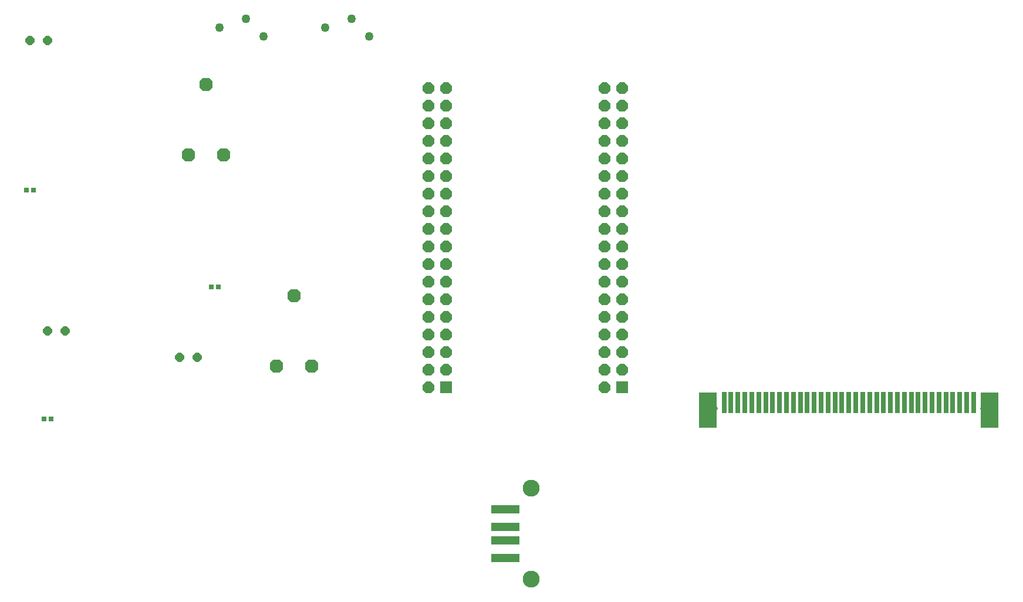
<source format=gbr>
G04 EAGLE Gerber RS-274X export*
G75*
%MOMM*%
%FSLAX34Y34*%
%LPD*%
%INSoldermask Top*%
%IPPOS*%
%AMOC8*
5,1,8,0,0,1.08239X$1,22.5*%
G01*
%ADD10R,2.540000X5.080000*%
%ADD11R,0.652400X3.152400*%
%ADD12C,1.152400*%
%ADD13P,1.396628X8X22.500000*%
%ADD14P,2.089446X8X22.500000*%
%ADD15C,1.272400*%
%ADD16R,1.676400X1.676400*%
%ADD17P,1.814519X8X112.500000*%
%ADD18R,4.152400X1.272400*%
%ADD19C,2.452400*%
%ADD20R,0.652400X0.752400*%


D10*
X1117600Y368300D03*
X1524000Y368300D03*
D11*
X1140800Y379300D03*
X1150800Y379300D03*
X1160800Y379300D03*
X1170800Y379300D03*
X1180800Y379300D03*
X1190800Y379300D03*
X1200800Y379300D03*
X1210800Y379300D03*
X1220800Y379300D03*
X1230800Y379300D03*
X1240800Y379300D03*
X1250800Y379300D03*
X1260800Y379300D03*
X1270800Y379300D03*
X1280800Y379300D03*
X1290800Y379300D03*
X1300800Y379300D03*
X1310800Y379300D03*
X1320800Y379300D03*
X1330800Y379300D03*
X1340800Y379300D03*
X1350800Y379300D03*
X1360800Y379300D03*
X1370800Y379300D03*
X1380800Y379300D03*
X1390800Y379300D03*
X1400800Y379300D03*
X1410800Y379300D03*
X1420800Y379300D03*
X1430800Y379300D03*
X1440800Y379300D03*
X1450800Y379300D03*
X1460800Y379300D03*
X1470800Y379300D03*
X1480800Y379300D03*
X1490800Y379300D03*
X1500800Y379300D03*
D12*
X1125800Y371600D03*
X1515800Y371600D03*
D13*
X139700Y901700D03*
X165100Y901700D03*
X165100Y482600D03*
X190500Y482600D03*
X355600Y444500D03*
X381000Y444500D03*
D14*
X495300Y431800D03*
X546100Y431800D03*
X520700Y533400D03*
X368300Y736600D03*
X419100Y736600D03*
X393700Y838200D03*
D15*
X603400Y933400D03*
X565150Y920750D03*
X628650Y908050D03*
X451000Y933400D03*
X412750Y920750D03*
X476250Y908050D03*
D16*
X993400Y402000D03*
D17*
X968000Y402000D03*
X993400Y427400D03*
X968000Y427400D03*
X993400Y452800D03*
X968000Y452800D03*
X993400Y478200D03*
X968000Y478200D03*
X993400Y503600D03*
X968000Y503600D03*
X993400Y529000D03*
X968000Y529000D03*
X993400Y554400D03*
X968000Y554400D03*
X993400Y579800D03*
X968000Y579800D03*
X993400Y605200D03*
X968000Y605200D03*
X993400Y630600D03*
X968000Y630600D03*
X993400Y656000D03*
X968000Y656000D03*
X993400Y681400D03*
X968000Y681400D03*
X993400Y706800D03*
X968000Y706800D03*
X993400Y732200D03*
X968000Y732200D03*
X993400Y757600D03*
X968000Y757600D03*
X993400Y783000D03*
X968000Y783000D03*
X993400Y808400D03*
X968000Y808400D03*
X993400Y833800D03*
X968000Y833800D03*
D16*
X739400Y402000D03*
D17*
X714000Y402000D03*
X739400Y427400D03*
X714000Y427400D03*
X739400Y452800D03*
X714000Y452800D03*
X739400Y478200D03*
X714000Y478200D03*
X739400Y503600D03*
X714000Y503600D03*
X739400Y529000D03*
X714000Y529000D03*
X739400Y554400D03*
X714000Y554400D03*
X739400Y579800D03*
X714000Y579800D03*
X739400Y605200D03*
X714000Y605200D03*
X739400Y630600D03*
X714000Y630600D03*
X739400Y656000D03*
X714000Y656000D03*
X739400Y681400D03*
X714000Y681400D03*
X739400Y706800D03*
X714000Y706800D03*
X739400Y732200D03*
X714000Y732200D03*
X739400Y757600D03*
X714000Y757600D03*
X739400Y783000D03*
X714000Y783000D03*
X739400Y808400D03*
X714000Y808400D03*
X739400Y833800D03*
X714000Y833800D03*
D18*
X825200Y180500D03*
X825200Y200500D03*
X825200Y155500D03*
X825200Y225500D03*
D19*
X862400Y124800D03*
X862400Y256200D03*
D20*
X160100Y355600D03*
X170100Y355600D03*
X134700Y685800D03*
X144700Y685800D03*
X401400Y546100D03*
X411400Y546100D03*
M02*

</source>
